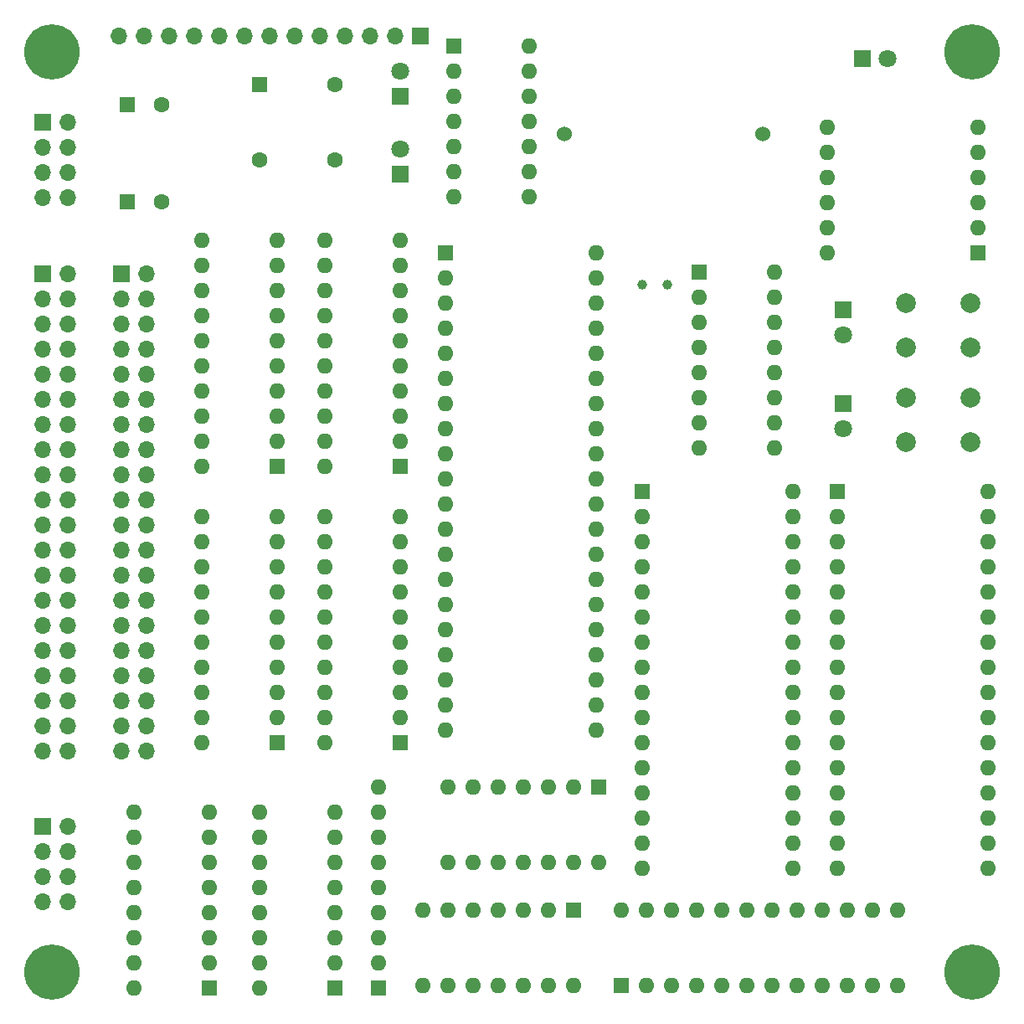
<source format=gbr>
%TF.GenerationSoftware,KiCad,Pcbnew,(5.1.9)-1*%
%TF.CreationDate,2021-05-09T07:52:10-04:00*%
%TF.ProjectId,cpu2,63707532-2e6b-4696-9361-645f70636258,rev?*%
%TF.SameCoordinates,Original*%
%TF.FileFunction,Soldermask,Top*%
%TF.FilePolarity,Negative*%
%FSLAX46Y46*%
G04 Gerber Fmt 4.6, Leading zero omitted, Abs format (unit mm)*
G04 Created by KiCad (PCBNEW (5.1.9)-1) date 2021-05-09 07:52:10*
%MOMM*%
%LPD*%
G01*
G04 APERTURE LIST*
%ADD10O,1.700000X1.700000*%
%ADD11R,1.700000X1.700000*%
%ADD12C,1.800000*%
%ADD13R,1.800000X1.800000*%
%ADD14C,1.600000*%
%ADD15R,1.600000X1.600000*%
%ADD16C,2.000000*%
%ADD17O,1.600000X1.600000*%
%ADD18C,1.000000*%
%ADD19C,1.524000*%
%ADD20C,5.600000*%
G04 APERTURE END LIST*
D10*
%TO.C,J5*%
X30226000Y-21844000D03*
X32766000Y-21844000D03*
X35306000Y-21844000D03*
X37846000Y-21844000D03*
X40386000Y-21844000D03*
X42926000Y-21844000D03*
X45466000Y-21844000D03*
X48006000Y-21844000D03*
X50546000Y-21844000D03*
X53086000Y-21844000D03*
X55626000Y-21844000D03*
X58166000Y-21844000D03*
D11*
X60706000Y-21844000D03*
%TD*%
D12*
%TO.C,D5*%
X58674000Y-25400000D03*
D13*
X58674000Y-27940000D03*
%TD*%
D12*
%TO.C,D4*%
X58674000Y-33274000D03*
D13*
X58674000Y-35814000D03*
%TD*%
D12*
%TO.C,D3*%
X107950000Y-24130000D03*
D13*
X105410000Y-24130000D03*
%TD*%
D14*
%TO.C,C3*%
X34614000Y-38608000D03*
D15*
X31114000Y-38608000D03*
%TD*%
D16*
%TO.C,SW2*%
X116355000Y-58420000D03*
X116355000Y-62920000D03*
X109855000Y-58420000D03*
X109855000Y-62920000D03*
%TD*%
%TO.C,SW1*%
X116355000Y-48895000D03*
X116355000Y-53395000D03*
X109855000Y-48895000D03*
X109855000Y-53395000D03*
%TD*%
D15*
%TO.C,U8*%
X88900000Y-45720000D03*
D17*
X96520000Y-63500000D03*
X88900000Y-48260000D03*
X96520000Y-60960000D03*
X88900000Y-50800000D03*
X96520000Y-58420000D03*
X88900000Y-53340000D03*
X96520000Y-55880000D03*
X88900000Y-55880000D03*
X96520000Y-53340000D03*
X88900000Y-58420000D03*
X96520000Y-50800000D03*
X88900000Y-60960000D03*
X96520000Y-48260000D03*
X88900000Y-63500000D03*
X96520000Y-45720000D03*
%TD*%
D18*
%TO.C,Y1*%
X85725000Y-46990000D03*
X83185000Y-46990000D03*
%TD*%
D19*
%TO.C,BT1*%
X75330000Y-31750000D03*
X95330000Y-31750000D03*
%TD*%
D14*
%TO.C,C8*%
X34614000Y-28829000D03*
D15*
X31114000Y-28829000D03*
%TD*%
D17*
%TO.C,U10*%
X78740000Y-105410000D03*
X63500000Y-97790000D03*
X76200000Y-105410000D03*
X66040000Y-97790000D03*
X73660000Y-105410000D03*
X68580000Y-97790000D03*
X71120000Y-105410000D03*
X71120000Y-97790000D03*
X68580000Y-105410000D03*
X73660000Y-97790000D03*
X66040000Y-105410000D03*
X76200000Y-97790000D03*
X63500000Y-105410000D03*
D15*
X78740000Y-97790000D03*
%TD*%
D17*
%TO.C,U6*%
X76200000Y-117856000D03*
X60960000Y-110236000D03*
X73660000Y-117856000D03*
X63500000Y-110236000D03*
X71120000Y-117856000D03*
X66040000Y-110236000D03*
X68580000Y-117856000D03*
X68580000Y-110236000D03*
X66040000Y-117856000D03*
X71120000Y-110236000D03*
X63500000Y-117856000D03*
X73660000Y-110236000D03*
X60960000Y-117856000D03*
D15*
X76200000Y-110236000D03*
%TD*%
D17*
%TO.C,U1*%
X71755000Y-22860000D03*
X64135000Y-38100000D03*
X71755000Y-25400000D03*
X64135000Y-35560000D03*
X71755000Y-27940000D03*
X64135000Y-33020000D03*
X71755000Y-30480000D03*
X64135000Y-30480000D03*
X71755000Y-33020000D03*
X64135000Y-27940000D03*
X71755000Y-35560000D03*
X64135000Y-25400000D03*
X71755000Y-38100000D03*
D15*
X64135000Y-22860000D03*
%TD*%
D17*
%TO.C,U5*%
X81026000Y-110236000D03*
X108966000Y-117856000D03*
X83566000Y-110236000D03*
X106426000Y-117856000D03*
X86106000Y-110236000D03*
X103886000Y-117856000D03*
X88646000Y-110236000D03*
X101346000Y-117856000D03*
X91186000Y-110236000D03*
X98806000Y-117856000D03*
X93726000Y-110236000D03*
X96266000Y-117856000D03*
X96266000Y-110236000D03*
X93726000Y-117856000D03*
X98806000Y-110236000D03*
X91186000Y-117856000D03*
X101346000Y-110236000D03*
X88646000Y-117856000D03*
X103886000Y-110236000D03*
X86106000Y-117856000D03*
X106426000Y-110236000D03*
X83566000Y-117856000D03*
X108966000Y-110236000D03*
D15*
X81026000Y-117856000D03*
%TD*%
D17*
%TO.C,U4*%
X44450000Y-118110000D03*
X52070000Y-100330000D03*
X44450000Y-115570000D03*
X52070000Y-102870000D03*
X44450000Y-113030000D03*
X52070000Y-105410000D03*
X44450000Y-110490000D03*
X52070000Y-107950000D03*
X44450000Y-107950000D03*
X52070000Y-110490000D03*
X44450000Y-105410000D03*
X52070000Y-113030000D03*
X44450000Y-102870000D03*
X52070000Y-115570000D03*
X44450000Y-100330000D03*
D15*
X52070000Y-118110000D03*
%TD*%
D17*
%TO.C,U3*%
X31750000Y-118110000D03*
X39370000Y-100330000D03*
X31750000Y-115570000D03*
X39370000Y-102870000D03*
X31750000Y-113030000D03*
X39370000Y-105410000D03*
X31750000Y-110490000D03*
X39370000Y-107950000D03*
X31750000Y-107950000D03*
X39370000Y-110490000D03*
X31750000Y-105410000D03*
X39370000Y-113030000D03*
X31750000Y-102870000D03*
X39370000Y-115570000D03*
X31750000Y-100330000D03*
D15*
X39370000Y-118110000D03*
%TD*%
D17*
%TO.C,U2*%
X78499000Y-43815000D03*
X63259000Y-92075000D03*
X78499000Y-46355000D03*
X63259000Y-89535000D03*
X78499000Y-48895000D03*
X63259000Y-86995000D03*
X78499000Y-51435000D03*
X63259000Y-84455000D03*
X78499000Y-53975000D03*
X63259000Y-81915000D03*
X78499000Y-56515000D03*
X63259000Y-79375000D03*
X78499000Y-59055000D03*
X63259000Y-76835000D03*
X78499000Y-61595000D03*
X63259000Y-74295000D03*
X78499000Y-64135000D03*
X63259000Y-71755000D03*
X78499000Y-66675000D03*
X63259000Y-69215000D03*
X78499000Y-69215000D03*
X63259000Y-66675000D03*
X78499000Y-71755000D03*
X63259000Y-64135000D03*
X78499000Y-74295000D03*
X63259000Y-61595000D03*
X78499000Y-76835000D03*
X63259000Y-59055000D03*
X78499000Y-79375000D03*
X63259000Y-56515000D03*
X78499000Y-81915000D03*
X63259000Y-53975000D03*
X78499000Y-84455000D03*
X63259000Y-51435000D03*
X78499000Y-86995000D03*
X63259000Y-48895000D03*
X78499000Y-89535000D03*
X63259000Y-46355000D03*
X78499000Y-92075000D03*
D15*
X63259000Y-43815000D03*
%TD*%
%TO.C,U12*%
X83185000Y-67945000D03*
D17*
X98425000Y-106045000D03*
X83185000Y-70485000D03*
X98425000Y-103505000D03*
X83185000Y-73025000D03*
X98425000Y-100965000D03*
X83185000Y-75565000D03*
X98425000Y-98425000D03*
X83185000Y-78105000D03*
X98425000Y-95885000D03*
X83185000Y-80645000D03*
X98425000Y-93345000D03*
X83185000Y-83185000D03*
X98425000Y-90805000D03*
X83185000Y-85725000D03*
X98425000Y-88265000D03*
X83185000Y-88265000D03*
X98425000Y-85725000D03*
X83185000Y-90805000D03*
X98425000Y-83185000D03*
X83185000Y-93345000D03*
X98425000Y-80645000D03*
X83185000Y-95885000D03*
X98425000Y-78105000D03*
X83185000Y-98425000D03*
X98425000Y-75565000D03*
X83185000Y-100965000D03*
X98425000Y-73025000D03*
X83185000Y-103505000D03*
X98425000Y-70485000D03*
X83185000Y-106045000D03*
X98425000Y-67945000D03*
%TD*%
%TO.C,U11*%
X118110000Y-67945000D03*
X102870000Y-106045000D03*
X118110000Y-70485000D03*
X102870000Y-103505000D03*
X118110000Y-73025000D03*
X102870000Y-100965000D03*
X118110000Y-75565000D03*
X102870000Y-98425000D03*
X118110000Y-78105000D03*
X102870000Y-95885000D03*
X118110000Y-80645000D03*
X102870000Y-93345000D03*
X118110000Y-83185000D03*
X102870000Y-90805000D03*
X118110000Y-85725000D03*
X102870000Y-88265000D03*
X118110000Y-88265000D03*
X102870000Y-85725000D03*
X118110000Y-90805000D03*
X102870000Y-83185000D03*
X118110000Y-93345000D03*
X102870000Y-80645000D03*
X118110000Y-95885000D03*
X102870000Y-78105000D03*
X118110000Y-98425000D03*
X102870000Y-75565000D03*
X118110000Y-100965000D03*
X102870000Y-73025000D03*
X118110000Y-103505000D03*
X102870000Y-70485000D03*
X118110000Y-106045000D03*
D15*
X102870000Y-67945000D03*
%TD*%
D17*
%TO.C,U16*%
X38608000Y-65405000D03*
X46228000Y-42545000D03*
X38608000Y-62865000D03*
X46228000Y-45085000D03*
X38608000Y-60325000D03*
X46228000Y-47625000D03*
X38608000Y-57785000D03*
X46228000Y-50165000D03*
X38608000Y-55245000D03*
X46228000Y-52705000D03*
X38608000Y-52705000D03*
X46228000Y-55245000D03*
X38608000Y-50165000D03*
X46228000Y-57785000D03*
X38608000Y-47625000D03*
X46228000Y-60325000D03*
X38608000Y-45085000D03*
X46228000Y-62865000D03*
X38608000Y-42545000D03*
D15*
X46228000Y-65405000D03*
%TD*%
D17*
%TO.C,U15*%
X51054000Y-93345000D03*
X58674000Y-70485000D03*
X51054000Y-90805000D03*
X58674000Y-73025000D03*
X51054000Y-88265000D03*
X58674000Y-75565000D03*
X51054000Y-85725000D03*
X58674000Y-78105000D03*
X51054000Y-83185000D03*
X58674000Y-80645000D03*
X51054000Y-80645000D03*
X58674000Y-83185000D03*
X51054000Y-78105000D03*
X58674000Y-85725000D03*
X51054000Y-75565000D03*
X58674000Y-88265000D03*
X51054000Y-73025000D03*
X58674000Y-90805000D03*
X51054000Y-70485000D03*
D15*
X58674000Y-93345000D03*
%TD*%
D17*
%TO.C,U14*%
X51054000Y-65405000D03*
X58674000Y-42545000D03*
X51054000Y-62865000D03*
X58674000Y-45085000D03*
X51054000Y-60325000D03*
X58674000Y-47625000D03*
X51054000Y-57785000D03*
X58674000Y-50165000D03*
X51054000Y-55245000D03*
X58674000Y-52705000D03*
X51054000Y-52705000D03*
X58674000Y-55245000D03*
X51054000Y-50165000D03*
X58674000Y-57785000D03*
X51054000Y-47625000D03*
X58674000Y-60325000D03*
X51054000Y-45085000D03*
X58674000Y-62865000D03*
X51054000Y-42545000D03*
D15*
X58674000Y-65405000D03*
%TD*%
%TO.C,U13*%
X46228000Y-93345000D03*
D17*
X38608000Y-70485000D03*
X46228000Y-90805000D03*
X38608000Y-73025000D03*
X46228000Y-88265000D03*
X38608000Y-75565000D03*
X46228000Y-85725000D03*
X38608000Y-78105000D03*
X46228000Y-83185000D03*
X38608000Y-80645000D03*
X46228000Y-80645000D03*
X38608000Y-83185000D03*
X46228000Y-78105000D03*
X38608000Y-85725000D03*
X46228000Y-75565000D03*
X38608000Y-88265000D03*
X46228000Y-73025000D03*
X38608000Y-90805000D03*
X46228000Y-70485000D03*
X38608000Y-93345000D03*
%TD*%
D11*
%TO.C,J2*%
X22540000Y-30600000D03*
D10*
X25080000Y-30600000D03*
X22540000Y-33140000D03*
X25080000Y-33140000D03*
X22540000Y-35680000D03*
X25080000Y-35680000D03*
X22540000Y-38220000D03*
X25080000Y-38220000D03*
%TD*%
%TO.C,J1*%
X25080000Y-109400000D03*
X22540000Y-109400000D03*
X25080000Y-106860000D03*
X22540000Y-106860000D03*
X25080000Y-104320000D03*
X22540000Y-104320000D03*
X25080000Y-101780000D03*
D11*
X22540000Y-101780000D03*
%TD*%
D20*
%TO.C,M4*%
X23500000Y-116500000D03*
%TD*%
%TO.C,M3*%
X23500000Y-23500000D03*
%TD*%
%TO.C,M2*%
X116500000Y-116500000D03*
%TD*%
%TO.C,M1*%
X116500000Y-23500000D03*
%TD*%
D12*
%TO.C,D2*%
X103505000Y-61595000D03*
D13*
X103505000Y-59055000D03*
%TD*%
D10*
%TO.C,J4*%
X33080000Y-94130000D03*
X30540000Y-94130000D03*
X33080000Y-91590000D03*
X30540000Y-91590000D03*
X33080000Y-89050000D03*
X30540000Y-89050000D03*
X33080000Y-86510000D03*
X30540000Y-86510000D03*
X33080000Y-83970000D03*
X30540000Y-83970000D03*
X33080000Y-81430000D03*
X30540000Y-81430000D03*
X33080000Y-78890000D03*
X30540000Y-78890000D03*
X33080000Y-76350000D03*
X30540000Y-76350000D03*
X33080000Y-73810000D03*
X30540000Y-73810000D03*
X33080000Y-71270000D03*
X30540000Y-71270000D03*
X33080000Y-68730000D03*
X30540000Y-68730000D03*
X33080000Y-66190000D03*
X30540000Y-66190000D03*
X33080000Y-63650000D03*
X30540000Y-63650000D03*
X33080000Y-61110000D03*
X30540000Y-61110000D03*
X33080000Y-58570000D03*
X30540000Y-58570000D03*
X33080000Y-56030000D03*
X30540000Y-56030000D03*
X33080000Y-53490000D03*
X30540000Y-53490000D03*
X33080000Y-50950000D03*
X30540000Y-50950000D03*
X33080000Y-48410000D03*
X30540000Y-48410000D03*
X33080000Y-45870000D03*
D11*
X30540000Y-45870000D03*
%TD*%
D15*
%TO.C,X1*%
X44450000Y-26797000D03*
D14*
X52070000Y-26797000D03*
X52070000Y-34417000D03*
X44450000Y-34417000D03*
%TD*%
D12*
%TO.C,D1*%
X103505000Y-52070000D03*
D13*
X103505000Y-49530000D03*
%TD*%
D17*
%TO.C,U7*%
X101854000Y-43815000D03*
X101854000Y-41275000D03*
X101854000Y-38735000D03*
X101854000Y-36195000D03*
X101854000Y-33655000D03*
X101854000Y-31115000D03*
X117094000Y-31115000D03*
X117094000Y-33655000D03*
X117094000Y-36195000D03*
X117094000Y-38735000D03*
X117094000Y-41275000D03*
D15*
X117094000Y-43815000D03*
%TD*%
D17*
%TO.C,RN1*%
X56515000Y-97790000D03*
X56515000Y-100330000D03*
X56515000Y-102870000D03*
X56515000Y-105410000D03*
X56515000Y-107950000D03*
X56515000Y-110490000D03*
X56515000Y-113030000D03*
X56515000Y-115570000D03*
D15*
X56515000Y-118110000D03*
%TD*%
D10*
%TO.C,J3*%
X25080000Y-94130000D03*
X22540000Y-94130000D03*
X25080000Y-91590000D03*
X22540000Y-91590000D03*
X25080000Y-89050000D03*
X22540000Y-89050000D03*
X25080000Y-86510000D03*
X22540000Y-86510000D03*
X25080000Y-83970000D03*
X22540000Y-83970000D03*
X25080000Y-81430000D03*
X22540000Y-81430000D03*
X25080000Y-78890000D03*
X22540000Y-78890000D03*
X25080000Y-76350000D03*
X22540000Y-76350000D03*
X25080000Y-73810000D03*
X22540000Y-73810000D03*
X25080000Y-71270000D03*
X22540000Y-71270000D03*
X25080000Y-68730000D03*
X22540000Y-68730000D03*
X25080000Y-66190000D03*
X22540000Y-66190000D03*
X25080000Y-63650000D03*
X22540000Y-63650000D03*
X25080000Y-61110000D03*
X22540000Y-61110000D03*
X25080000Y-58570000D03*
X22540000Y-58570000D03*
X25080000Y-56030000D03*
X22540000Y-56030000D03*
X25080000Y-53490000D03*
X22540000Y-53490000D03*
X25080000Y-50950000D03*
X22540000Y-50950000D03*
X25080000Y-48410000D03*
X22540000Y-48410000D03*
X25080000Y-45870000D03*
D11*
X22540000Y-45870000D03*
%TD*%
M02*

</source>
